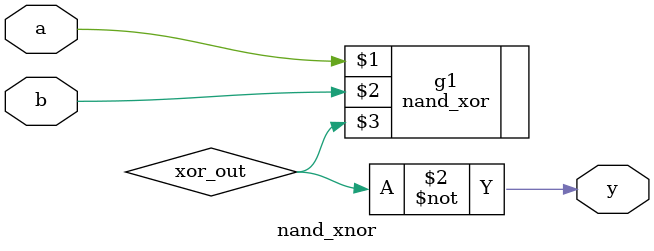
<source format=v>
`include "nand_xor.v"
module nand_xnor(input a, input b, output y);
    wire xor_out;
    nand_xor g1(a, b, xor_out);
    assign y = ~(xor_out & xor_out);
endmodule

</source>
